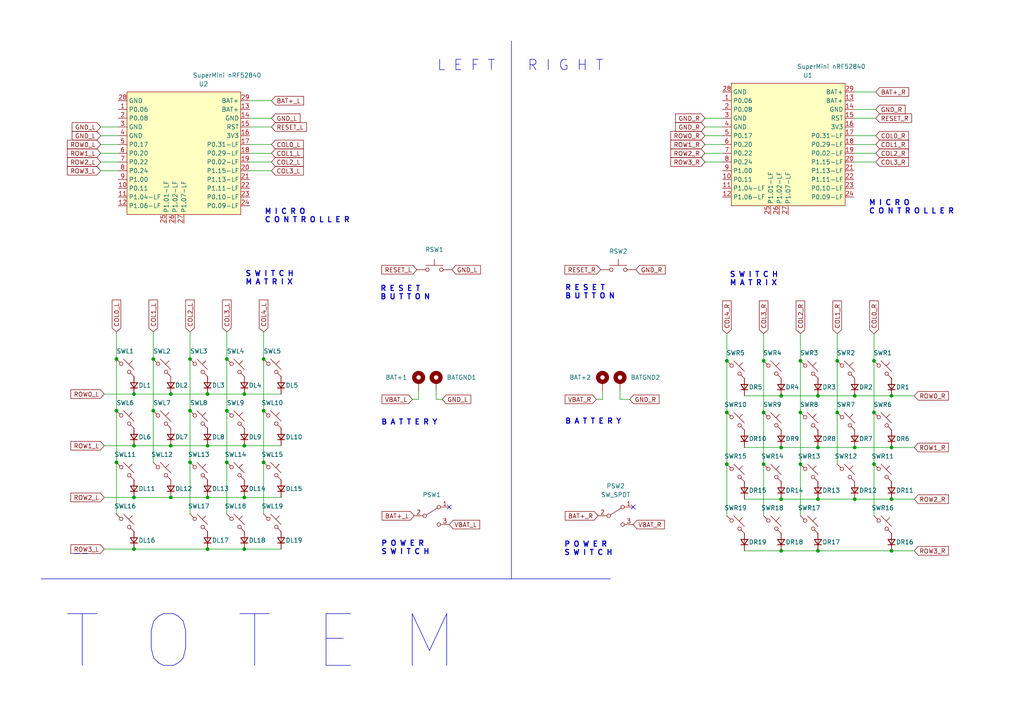
<source format=kicad_sch>
(kicad_sch (version 20250114) (generator "eeschema") (generator_version "9.0")
  (paper "A4")
  (title_block (title "TOTEM split keyboard, but ULP now") (date "2025-05-16") (rev "0.1") (comment 1 "made by GEIST, mod by Canor"))
  (lib_symbols
    (symbol "Device:D_Small" (pin_numbers (hide yes)) (pin_names (offset 0.254) (hide yes))
      (property "Reference" "D" (at -1.27 2.032 0))
      (property "Value" "D_Small" (at -3.81 -2.032 0))
      (symbol "D_Small_0_1"
        (polyline (pts (xy -0.762 0) (xy 0.762 0)))
        (polyline (pts (xy -0.762 -1.016) (xy -0.762 1.016)) (stroke (width 0.254)))
        (polyline (pts (xy 0.762 -1.016) (xy -0.762 0) (xy 0.762 1.016) (xy 0.762 -1.016)) (stroke (width 0.254)))
      )
      (symbol "D_Small_1_1"
        (pin passive line (at -2.54 0 0) (length 1.778) (name "K") (number "1"))
        (pin passive line (at 2.54 0 180) (length 1.778) (name "A") (number "2"))
      )
    )
    (symbol "Mechanical:MountingHole_Pad" (pin_numbers (hide yes)) (pin_names (offset 1.016) (hide yes))
      (property "Reference" "H" (at 0 6.35 0))
      (property "Value" "MountingHole_Pad" (at 0 4.445 0))
      (symbol "MountingHole_Pad_0_1"
        (circle (center 0 1.27) (radius 1.27) (stroke (width 1.27)))
      )
      (symbol "MountingHole_Pad_1_1"
        (pin input line (at 0 -2.54 90) (length 2.54) (name "1") (number "1"))
      )
    )
    (symbol "PCM_marbastlib-promicroish:SuperMini_nRF52840" (in_bom no)
      (property "Reference" "U" (at 0 22.86 0))
      (property "Value" "SuperMini nRF52840" (at 0 20.32 0))
      (symbol "SuperMini_nRF52840_0_0"
        (pin bidirectional line (at -19.05 13.97 0) (length 2.54) (name "P0.06") (number "1"))
        (pin bidirectional line (at -19.05 11.43 0) (length 2.54) (name "P0.08") (number "2"))
        (pin power_out line (at -19.05 8.89 0) (length 2.54) (name "GND") (number "3"))
        (pin power_out line (at -19.05 6.35 0) (length 2.54) (name "GND") (number "4"))
        (pin bidirectional line (at -19.05 3.81 0) (length 2.54) (name "P0.17") (number "5"))
        (pin bidirectional line (at -19.05 1.27 0) (length 2.54) (name "P0.20") (number "6"))
        (pin bidirectional line (at -19.05 -1.27 0) (length 2.54) (name "P0.22") (number "7"))
        (pin bidirectional line (at -19.05 -3.81 0) (length 2.54) (name "P0.24") (number "8"))
        (pin bidirectional line (at -19.05 -6.35 0) (length 2.54) (name "P1.00") (number "9"))
        (pin bidirectional line (at -19.05 -8.89 0) (length 2.54) (name "P0.11") (number "10"))
        (pin bidirectional line (at -19.05 -11.43 0) (length 2.54) (name "P1.04-LF") (number "11"))
        (pin bidirectional line (at -19.05 -13.97 0) (length 2.54) (name "P1.06-LF") (number "12"))
        (pin power_out line (at 19.05 11.43 180) (length 2.54) (name "GND") (number "14"))
        (pin bidirectional line (at 19.05 8.89 180) (length 2.54) (name "RST") (number "15"))
        (pin bidirectional line (at 19.05 3.81 180) (length 2.54) (name "P0.31-LF") (number "17"))
        (pin bidirectional line (at 19.05 1.27 180) (length 2.54) (name "P0.29-LF") (number "18"))
        (pin bidirectional line (at 19.05 -1.27 180) (length 2.54) (name "P0.02-LF") (number "19"))
        (pin bidirectional line (at 19.05 -3.81 180) (length 2.54) (name "P1.15-LF") (number "20"))
        (pin bidirectional line (at 19.05 -6.35 180) (length 2.54) (name "P1.13-LF") (number "21"))
        (pin bidirectional line (at 19.05 -8.89 180) (length 2.54) (name "P1.11-LF") (number "22"))
        (pin bidirectional line (at 19.05 -13.97 180) (length 2.54) (name "P0.09-LF") (number "24"))
      )
      (symbol "SuperMini_nRF52840_1_0"
        (pin power_out line (at -19.05 16.51 0) (length 2.54) (name "GND") (number "28"))
        (pin bidirectional line (at -5.08 -19.05 90) (length 2.54) (name "P1.01-LF") (number "25"))
        (pin bidirectional line (at -2.54 -19.05 90) (length 2.54) (name "P1.02-LF") (number "26"))
        (pin bidirectional line (at 0 -19.05 90) (length 2.54) (name "P1.07-LF") (number "27"))
        (pin power_out line (at 19.05 16.51 180) (length 2.54) (name "BAT+") (number "29"))
        (pin power_out line (at 19.05 13.97 180) (length 2.54) (name "BAT+") (number "13"))
        (pin power_out line (at 19.05 6.35 180) (length 2.54) (name "3V3") (number "16"))
        (pin bidirectional line (at 19.05 -11.43 180) (length 2.54) (name "P0.10-LF") (number "23"))
      )
      (symbol "SuperMini_nRF52840_1_1"
        (rectangle (start -16.51 19.05) (end 16.51 -16.51) (fill (type background)))
      )
    )
    (symbol "Switch:SW_Push" (pin_numbers (hide yes)) (pin_names (offset 1.016) (hide yes))
      (property "Reference" "SW" (at 1.27 2.54 0))
      (property "Value" "SW_Push" (at 0 -1.524 0))
      (symbol "SW_Push_0_1"
        (circle (center -2.032 0) (radius 0.508))
        (polyline (pts (xy 0 1.27) (xy 0 3.048)))
        (circle (center 2.032 0) (radius 0.508))
        (polyline (pts (xy 2.54 1.27) (xy -2.54 1.27)))
        (pin passive line (at -5.08 0 0) (length 2.54) (name "1") (number "1"))
        (pin passive line (at 5.08 0 180) (length 2.54) (name "2") (number "2"))
      )
    )
    (symbol "Switch:SW_Push_45deg" (pin_numbers (hide yes)) (pin_names (offset 1.016) (hide yes))
      (property "Reference" "SW" (at 3.048 1.016 0))
      (property "Value" "SW_Push_45deg" (at 0 -3.81 0))
      (symbol "SW_Push_45deg_0_1"
        (polyline (pts (xy -2.54 2.54) (xy -1.524 1.524) (xy -1.524 1.524)))
        (circle (center -1.1684 1.1684) (radius 0.508))
        (polyline (pts (xy -0.508 2.54) (xy 2.54 -0.508)))
        (polyline (pts (xy 1.016 1.016) (xy 2.032 2.032)))
        (circle (center 1.143 -1.1938) (radius 0.508))
        (polyline (pts (xy 1.524 -1.524) (xy 2.54 -2.54) (xy 2.54 -2.54) (xy 2.54 -2.54)))
        (pin passive line (at -2.54 2.54 0) (length 0) (name "1") (number "1"))
        (pin passive line (at 2.54 -2.54 180) (length 0) (name "2") (number "2"))
      )
    )
    (symbol "Switch:SW_SPDT" (pin_names (offset 0) (hide yes))
      (property "Reference" "SW" (at 0 4.318 0))
      (property "Value" "SW_SPDT" (at 0 -5.08 0))
      (symbol "SW_SPDT_0_0"
        (circle (center -2.032 0) (radius 0.508))
        (circle (center 2.032 -2.54) (radius 0.508))
      )
      (symbol "SW_SPDT_0_1"
        (polyline (pts (xy -1.524 0.254) (xy 1.651 2.286)))
        (circle (center 2.032 2.54) (radius 0.508))
      )
      (symbol "SW_SPDT_1_1"
        (pin passive line (at -5.08 0 0) (length 2.54) (name "B") (number "2"))
        (pin passive line (at 5.08 2.54 180) (length 2.54) (name "A") (number "1"))
        (pin passive line (at 5.08 -2.54 180) (length 2.54) (name "C") (number "3"))
      )
    )
  )
  (text "R E S E T \nB U T T O N" (at 110.236 87.122 0) (effects (font (size 1.5 1.5) (thickness 0.3) (bold yes)) (justify left bottom)))
  (text "S W I T C H\nM A T R I X" (at 71.12 82.804 0) (effects (font (size 1.5 1.5) (thickness 0.3) (bold yes)) (justify left bottom)))
  (text "P O W E R\nS W I T C H" (at 110.49 161.036 0) (effects (font (size 1.5 1.5) (thickness 0.3) (bold yes)) (justify left bottom)))
  (text "R E S E T \nB U T T O N" (at 163.83 86.868 0) (effects (font (size 1.5 1.5) (thickness 0.3) (bold yes)) (justify left bottom)))
  (text "T O T E M" (at 18.034 195.072 0) (effects (font (size 15 15)) (justify left bottom)))
  (text "S W I T C H\nM A T R I X" (at 211.582 83.058 0) (effects (font (size 1.5 1.5) (thickness 0.3) (bold yes)) (justify left bottom)))
  (text "B A T T E R Y" (at 110.49 123.444 0) (effects (font (size 1.5 1.5) (thickness 0.3) (bold yes)) (justify left bottom)))
  (text "P O W E R\nS W I T C H" (at 163.576 161.29 0) (effects (font (size 1.5 1.5) (thickness 0.3) (bold yes)) (justify left bottom)))
  (text "M I C R O \nC O N T R O L L E R" (at 251.968 62.23 0) (effects (font (size 1.5 1.5) (thickness 0.3) (bold yes)) (justify left bottom)))
  (text "R I G H T" (at 152.908 20.828 0) (effects (font (size 3 3)) (justify left bottom)))
  (text "B A T T E R Y" (at 163.83 123.19 0) (effects (font (size 1.5 1.5) (thickness 0.3) (bold yes)) (justify left bottom)))
  (text "L E F T" (at 143.764 20.828 0) (effects (font (size 3 3)) (justify right bottom)))
  (text "M I C R O \nC O N T R O L L E R" (at 76.708 64.77 0) (effects (font (size 1.5 1.5) (thickness 0.3) (bold yes)) (justify left bottom)))
  (junction (at 33.782 104.14))
  (junction (at 33.782 134.112))
  (junction (at 226.568 129.794))
  (junction (at 49.53 114.3))
  (junction (at 44.45 119.126))
  (junction (at 55.118 119.126))
  (junction (at 70.866 129.286))
  (junction (at 226.568 144.78))
  (junction (at 226.568 159.766))
  (junction (at 237.236 114.808))
  (junction (at 49.53 144.272))
  (junction (at 38.862 159.258))
  (junction (at 232.156 119.634))
  (junction (at 258.572 144.78))
  (junction (at 76.454 104.14))
  (junction (at 70.866 144.272))
  (junction (at 221.488 119.634))
  (junction (at 237.236 159.766))
  (junction (at 247.904 144.78))
  (junction (at 76.454 119.126))
  (junction (at 44.45 104.14))
  (junction (at 70.866 114.3))
  (junction (at 210.82 134.62))
  (junction (at 232.156 134.62))
  (junction (at 55.118 104.14))
  (junction (at 247.904 129.794))
  (junction (at 242.824 104.648))
  (junction (at 60.198 144.272))
  (junction (at 38.862 144.272))
  (junction (at 232.156 104.648))
  (junction (at 247.904 114.808))
  (junction (at 210.82 104.648))
  (junction (at 65.786 104.14))
  (junction (at 60.198 114.3))
  (junction (at 60.198 159.258))
  (junction (at 258.572 129.794))
  (junction (at 49.53 129.286))
  (junction (at 33.782 119.126))
  (junction (at 258.572 114.808))
  (junction (at 70.866 159.258))
  (junction (at 237.236 129.794))
  (junction (at 221.488 134.62))
  (junction (at 55.118 134.112))
  (junction (at 258.572 159.766))
  (junction (at 253.492 119.634))
  (junction (at 242.824 119.634))
  (junction (at 38.862 129.286))
  (junction (at 65.786 119.126))
  (junction (at 76.454 134.112))
  (junction (at 253.492 134.62))
  (junction (at 65.786 134.112))
  (junction (at 226.568 114.808))
  (junction (at 60.198 129.286))
  (junction (at 237.236 144.78))
  (junction (at 38.862 114.3))
  (junction (at 253.492 104.648))
  (junction (at 221.488 104.648))
  (junction (at 210.82 119.634))
  (no_connect (at 183.642 147.066))
  (no_connect (at 130.302 147.066))
  (wire (pts (xy 215.9 144.78) (xy 226.568 144.78)))
  (wire (pts (xy 215.9 129.794) (xy 226.568 129.794)))
  (wire (pts (xy 247.904 114.808) (xy 258.572 114.808)))
  (wire (pts (xy 179.832 113.284) (xy 179.832 115.824)))
  (wire (pts (xy 204.47 41.91) (xy 209.55 41.91)))
  (wire (pts (xy 72.39 46.99) (xy 78.74 46.99)))
  (wire (pts (xy 204.47 34.29) (xy 209.55 34.29)))
  (wire (pts (xy 253.492 96.774) (xy 253.492 104.648)))
  (wire (pts (xy 126.492 115.824) (xy 128.27 115.824)))
  (wire (pts (xy 126.492 113.284) (xy 126.492 115.824)))
  (wire (pts (xy 29.21 39.37) (xy 34.29 39.37)))
  (wire (pts (xy 72.39 49.53) (xy 78.74 49.53)))
  (wire (pts (xy 65.786 104.14) (xy 65.786 119.126)))
  (wire (pts (xy 49.53 144.272) (xy 60.198 144.272)))
  (wire (pts (xy 210.82 96.774) (xy 210.82 104.648)))
  (wire (pts (xy 70.866 129.286) (xy 81.534 129.286)))
  (wire (pts (xy 226.568 144.78) (xy 237.236 144.78)))
  (wire (pts (xy 210.82 134.62) (xy 210.82 149.606)))
  (wire (pts (xy 210.82 119.634) (xy 210.82 134.62)))
  (wire (pts (xy 237.236 114.808) (xy 247.904 114.808)))
  (wire (pts (xy 65.786 119.126) (xy 65.786 134.112)))
  (wire (pts (xy 29.21 36.83) (xy 34.29 36.83)))
  (wire (pts (xy 72.39 34.29) (xy 78.74 34.29)))
  (wire (pts (xy 55.118 134.112) (xy 55.118 149.098)))
  (wire (pts (xy 253.492 134.62) (xy 253.492 149.606)))
  (wire (pts (xy 38.862 129.286) (xy 49.53 129.286)))
  (wire (pts (xy 76.454 104.14) (xy 76.454 119.126)))
  (wire (pts (xy 242.824 104.648) (xy 242.824 119.634)))
  (wire (pts (xy 232.156 96.774) (xy 232.156 104.648)))
  (wire (pts (xy 215.9 114.808) (xy 226.568 114.808)))
  (wire (pts (xy 33.782 134.112) (xy 33.782 149.098)))
  (wire (pts (xy 30.226 129.286) (xy 38.862 129.286)))
  (wire (pts (xy 72.39 41.91) (xy 78.74 41.91)))
  (wire (pts (xy 253.492 104.648) (xy 253.492 119.634)))
  (wire (pts (xy 204.47 46.99) (xy 209.55 46.99)))
  (wire (pts (xy 38.862 144.272) (xy 49.53 144.272)))
  (wire (pts (xy 204.47 36.83) (xy 209.55 36.83)))
  (wire (pts (xy 204.47 39.37) (xy 209.55 39.37)))
  (wire (pts (xy 254 26.67) (xy 247.65 26.67)))
  (wire (pts (xy 247.65 39.37) (xy 254 39.37)))
  (polyline (pts (xy 21.59 160.528) (xy 25.4 160.528)) (stroke (width 0) (type dash)))
  (wire (pts (xy 247.65 41.91) (xy 254 41.91)))
  (wire (pts (xy 204.47 44.45) (xy 209.55 44.45)))
  (wire (pts (xy 215.9 159.766) (xy 226.568 159.766)))
  (wire (pts (xy 29.21 46.99) (xy 34.29 46.99)))
  (wire (pts (xy 70.866 114.3) (xy 81.534 114.3)))
  (wire (pts (xy 258.572 129.794) (xy 265.176 129.794)))
  (wire (pts (xy 242.824 119.634) (xy 242.824 134.62)))
  (wire (pts (xy 33.782 96.266) (xy 33.782 104.14)))
  (wire (pts (xy 247.65 34.29) (xy 254 34.29)))
  (wire (pts (xy 76.454 96.266) (xy 76.454 104.14)))
  (wire (pts (xy 232.156 119.634) (xy 232.156 134.62)))
  (wire (pts (xy 38.862 159.258) (xy 60.198 159.258)))
  (wire (pts (xy 258.572 144.78) (xy 265.176 144.78)))
  (wire (pts (xy 237.236 159.766) (xy 258.572 159.766)))
  (wire (pts (xy 65.786 96.266) (xy 65.786 104.14)))
  (wire (pts (xy 76.454 134.112) (xy 76.454 149.098)))
  (wire (pts (xy 119.634 115.824) (xy 121.412 115.824)))
  (wire (pts (xy 221.488 104.648) (xy 221.488 119.634)))
  (wire (pts (xy 242.824 96.774) (xy 242.824 104.648)))
  (wire (pts (xy 226.568 159.766) (xy 237.236 159.766)))
  (wire (pts (xy 221.488 134.62) (xy 221.488 149.606)))
  (wire (pts (xy 247.65 46.99) (xy 254 46.99)))
  (wire (pts (xy 72.39 44.45) (xy 78.74 44.45)))
  (wire (pts (xy 237.236 144.78) (xy 247.904 144.78)))
  (polyline (pts (xy 148.336 11.938) (xy 148.336 167.894)) (stroke (width 0) (type solid)))
  (wire (pts (xy 121.412 115.824) (xy 121.412 113.284)))
  (wire (pts (xy 30.226 114.3) (xy 38.862 114.3)))
  (wire (pts (xy 76.454 119.126) (xy 76.454 134.112)))
  (wire (pts (xy 258.572 159.766) (xy 265.176 159.766)))
  (wire (pts (xy 29.21 41.91) (xy 34.29 41.91)))
  (wire (pts (xy 49.53 129.286) (xy 60.198 129.286)))
  (wire (pts (xy 258.572 114.808) (xy 265.176 114.808)))
  (polyline (pts (xy 11.938 167.894) (xy 177.038 167.894)) (stroke (width 0) (type solid)))
  (wire (pts (xy 60.198 144.272) (xy 70.866 144.272)))
  (wire (pts (xy 172.974 115.824) (xy 174.752 115.824)))
  (wire (pts (xy 247.904 129.794) (xy 258.572 129.794)))
  (wire (pts (xy 226.568 114.808) (xy 237.236 114.808)))
  (wire (pts (xy 49.53 114.3) (xy 60.198 114.3)))
  (wire (pts (xy 247.65 31.75) (xy 254 31.75)))
  (wire (pts (xy 60.198 129.286) (xy 70.866 129.286)))
  (wire (pts (xy 232.156 134.62) (xy 232.156 149.606)))
  (wire (pts (xy 44.45 104.14) (xy 44.45 119.126)))
  (wire (pts (xy 44.45 119.126) (xy 44.45 134.112)))
  (wire (pts (xy 237.236 129.794) (xy 247.904 129.794)))
  (wire (pts (xy 44.45 96.266) (xy 44.45 104.14)))
  (wire (pts (xy 72.39 36.83) (xy 78.74 36.83)))
  (wire (pts (xy 38.862 114.3) (xy 49.53 114.3)))
  (wire (pts (xy 55.118 119.126) (xy 55.118 134.112)))
  (wire (pts (xy 221.488 119.634) (xy 221.488 134.62)))
  (wire (pts (xy 65.786 134.112) (xy 65.786 149.098)))
  (wire (pts (xy 174.752 115.824) (xy 174.752 113.284)))
  (wire (pts (xy 29.21 49.53) (xy 34.29 49.53)))
  (wire (pts (xy 60.198 159.258) (xy 70.866 159.258)))
  (wire (pts (xy 210.82 104.648) (xy 210.82 119.634)))
  (wire (pts (xy 247.904 144.78) (xy 258.572 144.78)))
  (wire (pts (xy 221.488 96.774) (xy 221.488 104.648)))
  (wire (pts (xy 30.226 144.272) (xy 38.862 144.272)))
  (wire (pts (xy 232.156 104.648) (xy 232.156 119.634)))
  (wire (pts (xy 70.866 159.258) (xy 81.534 159.258)))
  (wire (pts (xy 55.118 104.14) (xy 55.118 119.126)))
  (wire (pts (xy 33.782 104.14) (xy 33.782 119.126)))
  (wire (pts (xy 55.118 96.266) (xy 55.118 104.14)))
  (wire (pts (xy 179.832 115.824) (xy 182.626 115.824)))
  (wire (pts (xy 60.198 114.3) (xy 70.866 114.3)))
  (wire (pts (xy 78.74 29.21) (xy 72.39 29.21)))
  (wire (pts (xy 30.226 159.258) (xy 38.862 159.258)))
  (wire (pts (xy 33.782 119.126) (xy 33.782 134.112)))
  (wire (pts (xy 29.21 44.45) (xy 34.29 44.45)))
  (wire (pts (xy 253.492 119.634) (xy 253.492 134.62)))
  (wire (pts (xy 70.866 144.272) (xy 81.534 144.272)))
  (wire (pts (xy 226.568 129.794) (xy 237.236 129.794)))
  (wire (pts (xy 247.65 44.45) (xy 254 44.45)))
  (global_label "GND_L" (shape input) (at 131.064 78.232 0) (property "Intersheetrefs" "${INTERSHEET_REFS}" (effects (hide yes))))
  (global_label "ROW2_L" (shape input) (at 29.21 46.99 180) (property "Intersheetrefs" "${INTERSHEET_REFS}" (effects (hide yes))))
  (global_label "ROW3_R" (shape input) (at 265.176 159.766 0) (property "Intersheetrefs" "${INTERSHEET_REFS}" (effects (hide yes))))
  (global_label "COL3_L" (shape input) (at 65.786 96.266 90) (property "Intersheetrefs" "${INTERSHEET_REFS}" (effects (hide yes))))
  (global_label "COL4_L" (shape input) (at 76.454 96.266 90) (property "Intersheetrefs" "${INTERSHEET_REFS}" (effects (hide yes))))
  (global_label "COL2_L" (shape input) (at 78.74 46.99 0) (property "Intersheetrefs" "${INTERSHEET_REFS}" (effects (hide yes))))
  (global_label "ROW0_R" (shape input) (at 265.176 114.808 0) (property "Intersheetrefs" "${INTERSHEET_REFS}" (effects (hide yes))))
  (global_label "COL1_L" (shape input) (at 44.45 96.266 90) (property "Intersheetrefs" "${INTERSHEET_REFS}" (effects (hide yes))))
  (global_label "COL2_R" (shape input) (at 232.156 96.774 90) (property "Intersheetrefs" "${INTERSHEET_REFS}" (effects (hide yes))))
  (global_label "ROW0_L" (shape input) (at 29.21 41.91 180) (property "Intersheetrefs" "${INTERSHEET_REFS}" (effects (hide yes))))
  (global_label "BAT+_L" (shape input) (at 120.142 149.606 180) (property "Intersheetrefs" "${INTERSHEET_REFS}" (effects (hide yes))))
  (global_label "RESET_R" (shape input) (at 254 34.29 0) (property "Intersheetrefs" "${INTERSHEET_REFS}" (effects (hide yes))))
  (global_label "COL0_L" (shape input) (at 78.74 41.91 0) (property "Intersheetrefs" "${INTERSHEET_REFS}" (effects (hide yes))))
  (global_label "ROW1_R" (shape input) (at 204.47 41.91 180) (property "Intersheetrefs" "${INTERSHEET_REFS}" (effects (hide yes))))
  (global_label "COL1_R" (shape input) (at 254 41.91 0) (property "Intersheetrefs" "${INTERSHEET_REFS}" (effects (hide yes))))
  (global_label "COL3_L" (shape input) (at 78.74 49.53 0) (property "Intersheetrefs" "${INTERSHEET_REFS}" (effects (hide yes))))
  (global_label "GND_R" (shape input) (at 204.47 34.29 180) (property "Intersheetrefs" "${INTERSHEET_REFS}" (effects (hide yes))))
  (global_label "RESET_R" (shape input) (at 174.244 78.232 180) (property "Intersheetrefs" "${INTERSHEET_REFS}" (effects (hide yes))))
  (global_label "BAT+_R" (shape input) (at 254 26.67 0) (property "Intersheetrefs" "${INTERSHEET_REFS}" (effects (hide yes))))
  (global_label "ROW3_L" (shape input) (at 30.226 159.258 180) (property "Intersheetrefs" "${INTERSHEET_REFS}" (effects (hide yes))))
  (global_label "VBAT_R" (shape input) (at 183.642 152.146 0) (property "Intersheetrefs" "${INTERSHEET_REFS}" (effects (hide yes))))
  (global_label "BAT+_L" (shape input) (at 78.74 29.21 0) (property "Intersheetrefs" "${INTERSHEET_REFS}" (effects (hide yes))))
  (global_label "RESET_L" (shape input) (at 120.904 78.232 180) (property "Intersheetrefs" "${INTERSHEET_REFS}" (effects (hide yes))))
  (global_label "VBAT_R" (shape input) (at 172.974 115.824 180) (property "Intersheetrefs" "${INTERSHEET_REFS}" (effects (hide yes))))
  (global_label "COL2_R" (shape input) (at 254 44.45 0) (property "Intersheetrefs" "${INTERSHEET_REFS}" (effects (hide yes))))
  (global_label "BAT+_R" (shape input) (at 173.482 149.606 180) (property "Intersheetrefs" "${INTERSHEET_REFS}" (effects (hide yes))))
  (global_label "GND_L" (shape input) (at 29.21 39.37 180) (property "Intersheetrefs" "${INTERSHEET_REFS}" (effects (hide yes))))
  (global_label "ROW0_L" (shape input) (at 30.226 114.3 180) (property "Intersheetrefs" "${INTERSHEET_REFS}" (effects (hide yes))))
  (global_label "GND_L" (shape input) (at 128.27 115.824 0) (property "Intersheetrefs" "${INTERSHEET_REFS}" (effects (hide yes))))
  (global_label "VBAT_L" (shape input) (at 119.634 115.824 180) (property "Intersheetrefs" "${INTERSHEET_REFS}" (effects (hide yes))))
  (global_label "ROW1_R" (shape input) (at 265.176 129.794 0) (property "Intersheetrefs" "${INTERSHEET_REFS}" (effects (hide yes))))
  (global_label "GND_R" (shape input) (at 182.626 115.824 0) (property "Intersheetrefs" "${INTERSHEET_REFS}" (effects (hide yes))))
  (global_label "GND_L" (shape input) (at 29.21 36.83 180) (property "Intersheetrefs" "${INTERSHEET_REFS}" (effects (hide yes))))
  (global_label "GND_R" (shape input) (at 204.47 36.83 180) (property "Intersheetrefs" "${INTERSHEET_REFS}" (effects (hide yes))))
  (global_label "GND_R" (shape input) (at 184.404 78.232 0) (property "Intersheetrefs" "${INTERSHEET_REFS}" (effects (hide yes))))
  (global_label "COL0_L" (shape input) (at 33.782 96.266 90) (property "Intersheetrefs" "${INTERSHEET_REFS}" (effects (hide yes))))
  (global_label "ROW1_L" (shape input) (at 29.21 44.45 180) (property "Intersheetrefs" "${INTERSHEET_REFS}" (effects (hide yes))))
  (global_label "COL1_L" (shape input) (at 78.74 44.45 0) (property "Intersheetrefs" "${INTERSHEET_REFS}" (effects (hide yes))))
  (global_label "GND_R" (shape input) (at 254 31.75 0) (property "Intersheetrefs" "${INTERSHEET_REFS}" (effects (hide yes))))
  (global_label "COL4_R" (shape input) (at 210.82 96.774 90) (property "Intersheetrefs" "${INTERSHEET_REFS}" (effects (hide yes))))
  (global_label "COL3_R" (shape input) (at 221.488 96.774 90) (property "Intersheetrefs" "${INTERSHEET_REFS}" (effects (hide yes))))
  (global_label "ROW1_L" (shape input) (at 30.226 129.286 180) (property "Intersheetrefs" "${INTERSHEET_REFS}" (effects (hide yes))))
  (global_label "ROW0_R" (shape input) (at 204.47 39.37 180) (property "Intersheetrefs" "${INTERSHEET_REFS}" (effects (hide yes))))
  (global_label "RESET_L" (shape input) (at 78.74 36.83 0) (property "Intersheetrefs" "${INTERSHEET_REFS}" (effects (hide yes))))
  (global_label "COL3_R" (shape input) (at 254 46.99 0) (property "Intersheetrefs" "${INTERSHEET_REFS}" (effects (hide yes))))
  (global_label "VBAT_L" (shape input) (at 130.302 152.146 0) (property "Intersheetrefs" "${INTERSHEET_REFS}" (effects (hide yes))))
  (global_label "COL0_R" (shape input) (at 254 39.37 0) (property "Intersheetrefs" "${INTERSHEET_REFS}" (effects (hide yes))))
  (global_label "COL1_R" (shape input) (at 242.824 96.774 90) (property "Intersheetrefs" "${INTERSHEET_REFS}" (effects (hide yes))))
  (global_label "ROW3_L" (shape input) (at 29.21 49.53 180) (property "Intersheetrefs" "${INTERSHEET_REFS}" (effects (hide yes))))
  (global_label "GND_L" (shape input) (at 78.74 34.29 0) (property "Intersheetrefs" "${INTERSHEET_REFS}" (effects (hide yes))))
  (global_label "ROW3_R" (shape input) (at 204.47 46.99 180) (property "Intersheetrefs" "${INTERSHEET_REFS}" (effects (hide yes))))
  (global_label "ROW2_R" (shape input) (at 265.176 144.78 0) (property "Intersheetrefs" "${INTERSHEET_REFS}" (effects (hide yes))))
  (global_label "COL0_R" (shape input) (at 253.492 96.774 90) (property "Intersheetrefs" "${INTERSHEET_REFS}" (effects (hide yes))))
  (global_label "COL2_L" (shape input) (at 55.118 96.266 90) (property "Intersheetrefs" "${INTERSHEET_REFS}" (effects (hide yes))))
  (global_label "ROW2_L" (shape input) (at 30.226 144.272 180) (property "Intersheetrefs" "${INTERSHEET_REFS}" (effects (hide yes))))
  (global_label "ROW2_R" (shape input) (at 204.47 44.45 180) (property "Intersheetrefs" "${INTERSHEET_REFS}" (effects (hide yes))))
  (symbol (lib_id "Device:D_Small") (at 81.534 156.718 90) (unit 1)
    (property "Reference" "DL19" (at 82.804 156.718 90) (effects (justify right)))
    (property "Value" "D_Small" (effects (hide yes)))
    (property "Footprint" "TOTEMlib:Diode_SOD123" (effects (hide yes)))
  )
  (symbol (lib_id "Switch:SW_Push_45deg") (at 245.364 107.188 0) (unit 1)
    (property "Reference" "SWR2" (at 245.364 102.362 0))
    (property "Value" "SW_Push_45deg" (effects (hide yes)))
    (property "Footprint" "TOTEMlib:Kailh_socket_PG1350_optional" (effects (hide yes)))
  )
  (symbol (lib_id "Switch:SW_Push_45deg") (at 57.658 151.638 0) (unit 1)
    (property "Reference" "SWL17" (at 57.658 146.812 0))
    (property "Value" "SW_Push_45deg" (effects (hide yes)))
    (property "Footprint" "TOTEMlib:Kailh_socket_PG1350_optional" (effects (hide yes)))
  )
  (symbol (lib_id "Switch:SW_Push_45deg") (at 36.322 151.638 0) (unit 1)
    (property "Reference" "SWL16" (at 36.322 146.812 0))
    (property "Value" "SW_Push_45deg" (effects (hide yes)))
    (property "Footprint" "TOTEMlib:Kailh_socket_PG1350_optional" (effects (hide yes)))
  )
  (symbol (lib_id "Switch:SW_Push_45deg") (at 256.032 152.146 0) (unit 1)
    (property "Reference" "SWR16" (at 256.032 147.32 0))
    (property "Value" "SW_Push_45deg" (effects (hide yes)))
    (property "Footprint" "TOTEMlib:Kailh_socket_PG1350_optional" (effects (hide yes)))
  )
  (symbol (lib_id "Switch:SW_SPDT") (at 125.222 149.606 0) (unit 1)
    (property "Reference" "PSW1" (at 125.222 143.51 0))
    (property "Value" "SW_SPDT" (effects (hide yes)))
    (property "Footprint" "TOTEMlib:MSK12C02" (effects (hide yes)))
  )
  (symbol (lib_id "Switch:SW_Push_45deg") (at 68.326 106.68 0) (unit 1)
    (property "Reference" "SWL4" (at 68.326 101.854 0))
    (property "Value" "SW_Push_45deg" (effects (hide yes)))
    (property "Footprint" "TOTEMlib:Kailh_socket_PG1350_optional" (effects (hide yes)))
  )
  (symbol (lib_id "Device:D_Small") (at 258.572 127.254 90) (unit 1)
    (property "Reference" "DR6" (at 259.842 127.254 90) (effects (justify right)))
    (property "Value" "D_Small" (effects (hide yes)))
    (property "Footprint" "TOTEMlib:Diode_SOD123" (effects (hide yes)))
  )
  (symbol (lib_id "Mechanical:MountingHole_Pad") (at 121.412 110.744 0) (unit 1)
    (property "Reference" "BAT+1" (at 118.11 109.474 0) (effects (justify right)))
    (property "Value" "+" (effects (hide yes)))
    (property "Footprint" "TOTEMlib:BatteryPad" (effects (hide yes)))
  )
  (symbol (lib_id "Switch:SW_Push_45deg") (at 234.696 107.188 0) (unit 1)
    (property "Reference" "SWR3" (at 234.696 102.362 0))
    (property "Value" "SW_Push_45deg" (effects (hide yes)))
    (property "Footprint" "TOTEMlib:Kailh_socket_PG1350_optional" (effects (hide yes)))
  )
  (symbol (lib_id "Switch:SW_Push_45deg") (at 57.658 106.68 0) (unit 1)
    (property "Reference" "SWL3" (at 57.658 101.854 0))
    (property "Value" "SW_Push_45deg" (effects (hide yes)))
    (property "Footprint" "TOTEMlib:Kailh_socket_PG1350_optional" (effects (hide yes)))
  )
  (symbol (lib_id "Switch:SW_SPDT") (at 178.562 149.606 0) (unit 1)
    (property "Reference" "PSW2" (at 178.562 140.97 0))
    (property "Value" "SW_SPDT" (at 178.562 143.51 0))
    (property "Footprint" "TOTEMlib:MSK12C02" (effects (hide yes)))
  )
  (symbol (lib_id "Mechanical:MountingHole_Pad") (at 126.492 110.744 0) (unit 1)
    (property "Reference" "BATGND1" (at 129.54 109.474 0) (effects (justify left)))
    (property "Value" "-" (effects (hide yes)))
    (property "Footprint" "TOTEMlib:BatteryPad" (effects (hide yes)))
  )
  (symbol (lib_id "Device:D_Small") (at 215.9 112.268 90) (unit 1)
    (property "Reference" "DR5" (at 217.17 112.268 90) (effects (justify right)))
    (property "Value" "D_Small" (effects (hide yes)))
    (property "Footprint" "TOTEMlib:Diode_SOD123" (effects (hide yes)))
  )
  (symbol (lib_id "Switch:SW_Push_45deg") (at 213.36 122.174 0) (unit 1)
    (property "Reference" "SWR10" (at 213.36 117.348 0))
    (property "Value" "SW_Push_45deg" (effects (hide yes)))
    (property "Footprint" "TOTEMlib:Kailh_socket_PG1350_optional" (effects (hide yes)))
  )
  (symbol (lib_id "Switch:SW_Push") (at 125.984 78.232 0) (unit 1)
    (property "Reference" "RSW1" (at 125.984 72.39 0))
    (property "Value" "SW_Push" (effects (hide yes)))
    (property "Footprint" "TOTEMlib:SKHLLCA010" (effects (hide yes)))
  )
  (symbol (lib_id "Switch:SW_Push_45deg") (at 245.364 137.16 0) (unit 1)
    (property "Reference" "SWR12" (at 245.364 132.334 0))
    (property "Value" "SW_Push_45deg" (effects (hide yes)))
    (property "Footprint" "TOTEMlib:Kailh_socket_PG1350_optional" (effects (hide yes)))
  )
  (symbol (lib_id "Switch:SW_Push_45deg") (at 234.696 122.174 0) (unit 1)
    (property "Reference" "SWR8" (at 234.696 117.348 0))
    (property "Value" "SW_Push_45deg" (effects (hide yes)))
    (property "Footprint" "TOTEMlib:Kailh_socket_PG1350_optional" (effects (hide yes)))
  )
  (symbol (lib_id "Switch:SW_Push_45deg") (at 46.99 121.666 0) (unit 1)
    (property "Reference" "SWL7" (at 46.99 116.84 0))
    (property "Value" "SW_Push_45deg" (effects (hide yes)))
    (property "Footprint" "TOTEMlib:Kailh_socket_PG1350_optional" (effects (hide yes)))
  )
  (symbol (lib_id "Device:D_Small") (at 226.568 142.24 90) (unit 1)
    (property "Reference" "DR14" (at 227.838 142.24 90) (effects (justify right)))
    (property "Value" "D_Small" (effects (hide yes)))
    (property "Footprint" "TOTEMlib:Diode_SOD123" (effects (hide yes)))
  )
  (symbol (lib_id "Switch:SW_Push_45deg") (at 234.696 137.16 0) (unit 1)
    (property "Reference" "SWR13" (at 234.696 132.334 0))
    (property "Value" "SW_Push_45deg" (effects (hide yes)))
    (property "Footprint" "TOTEMlib:Kailh_socket_PG1350_optional" (effects (hide yes)))
  )
  (symbol (lib_id "Device:D_Small") (at 38.862 111.76 90) (unit 1)
    (property "Reference" "DL1" (at 40.132 111.76 90) (effects (justify right)))
    (property "Value" "D_Small" (effects (hide yes)))
    (property "Footprint" "TOTEMlib:Diode_SOD123" (effects (hide yes)))
  )
  (symbol (lib_id "Device:D_Small") (at 258.572 157.226 90) (unit 1)
    (property "Reference" "DR16" (at 259.842 157.226 90) (effects (justify right)))
    (property "Value" "D_Small" (effects (hide yes)))
    (property "Footprint" "TOTEMlib:Diode_SOD123" (effects (hide yes)))
  )
  (symbol (lib_id "Switch:SW_Push_45deg") (at 213.36 107.188 0) (unit 1)
    (property "Reference" "SWR5" (at 213.36 102.362 0))
    (property "Value" "SW_Push_45deg" (effects (hide yes)))
    (property "Footprint" "TOTEMlib:Kailh_socket_PG1350_optional" (effects (hide yes)))
  )
  (symbol (lib_id "Device:D_Small") (at 49.53 111.76 90) (unit 1)
    (property "Reference" "DL2" (at 50.8 111.76 90) (effects (justify right)))
    (property "Value" "D_Small" (effects (hide yes)))
    (property "Footprint" "TOTEMlib:Diode_SOD123" (effects (hide yes)))
  )
  (symbol (lib_id "Switch:SW_Push_45deg") (at 57.658 121.666 0) (unit 1)
    (property "Reference" "SWL8" (at 57.658 116.84 0))
    (property "Value" "SW_Push_45deg" (effects (hide yes)))
    (property "Footprint" "TOTEMlib:Kailh_socket_PG1350_optional" (effects (hide yes)))
  )
  (symbol (lib_id "Switch:SW_Push_45deg") (at 68.326 136.652 0) (unit 1)
    (property "Reference" "SWL14" (at 68.326 131.826 0))
    (property "Value" "SW_Push_45deg" (effects (hide yes)))
    (property "Footprint" "TOTEMlib:Kailh_socket_PG1350_optional" (effects (hide yes)))
  )
  (symbol (lib_id "Device:D_Small") (at 70.866 141.732 90) (unit 1)
    (property "Reference" "DL14" (at 72.136 141.732 90) (effects (justify right)))
    (property "Value" "D_Small" (effects (hide yes)))
    (property "Footprint" "TOTEMlib:Diode_SOD123" (effects (hide yes)))
  )
  (symbol (lib_id "Device:D_Small") (at 215.9 142.24 90) (unit 1)
    (property "Reference" "DR15" (at 217.17 142.24 90) (effects (justify right)))
    (property "Value" "D_Small" (effects (hide yes)))
    (property "Footprint" "TOTEMlib:Diode_SOD123" (effects (hide yes)))
  )
  (symbol (lib_id "Switch:SW_Push_45deg") (at 78.994 151.638 0) (unit 1)
    (property "Reference" "SWL19" (at 78.994 146.812 0))
    (property "Value" "SW_Push_45deg" (effects (hide yes)))
    (property "Footprint" "TOTEMlib:Kailh_socket_PG1350_optional" (effects (hide yes)))
  )
  (symbol (lib_id "Switch:SW_Push_45deg") (at 213.36 152.146 0) (unit 1)
    (property "Reference" "SWR19" (at 213.36 147.32 0))
    (property "Value" "SW_Push_45deg" (effects (hide yes)))
    (property "Footprint" "TOTEMlib:Kailh_socket_PG1350_optional" (effects (hide yes)))
  )
  (symbol (lib_id "Switch:SW_Push_45deg") (at 234.696 152.146 0) (unit 1)
    (property "Reference" "SWR17" (at 234.696 147.32 0))
    (property "Value" "SW_Push_45deg" (effects (hide yes)))
    (property "Footprint" "TOTEMlib:Kailh_socket_PG1350_optional" (effects (hide yes)))
  )
  (symbol (lib_id "Switch:SW_Push_45deg") (at 245.364 122.174 0) (unit 1)
    (property "Reference" "SWR7" (at 245.364 117.348 0))
    (property "Value" "SW_Push_45deg" (effects (hide yes)))
    (property "Footprint" "TOTEMlib:Kailh_socket_PG1350_optional" (effects (hide yes)))
  )
  (symbol (lib_id "Switch:SW_Push_45deg") (at 36.322 106.68 0) (unit 1)
    (property "Reference" "SWL1" (at 36.322 101.854 0))
    (property "Value" "SW_Push_45deg" (effects (hide yes)))
    (property "Footprint" "TOTEMlib:Kailh_socket_PG1350_optional" (effects (hide yes)))
  )
  (symbol (lib_id "Device:D_Small") (at 81.534 111.76 90) (unit 1)
    (property "Reference" "DL5" (at 82.804 111.76 90) (effects (justify right)))
    (property "Value" "D_Small" (effects (hide yes)))
    (property "Footprint" "TOTEMlib:Diode_SOD123" (effects (hide yes)))
  )
  (symbol (lib_id "Device:D_Small") (at 226.568 112.268 90) (unit 1)
    (property "Reference" "DR4" (at 227.838 112.268 90) (effects (justify right)))
    (property "Value" "D_Small" (effects (hide yes)))
    (property "Footprint" "TOTEMlib:Diode_SOD123" (effects (hide yes)))
  )
  (symbol (lib_id "Device:D_Small") (at 237.236 142.24 90) (unit 1)
    (property "Reference" "DR13" (at 238.506 142.24 90) (effects (justify right)))
    (property "Value" "D_Small" (effects (hide yes)))
    (property "Footprint" "TOTEMlib:Diode_SOD123" (effects (hide yes)))
  )
  (symbol (lib_id "Mechanical:MountingHole_Pad") (at 179.832 110.744 0) (unit 1)
    (property "Reference" "BATGND2" (at 182.88 109.474 0) (effects (justify left)))
    (property "Value" "-" (effects (hide yes)))
    (property "Footprint" "TOTEMlib:BatteryPad" (effects (hide yes)))
  )
  (symbol (lib_id "Switch:SW_Push_45deg") (at 68.326 121.666 0) (unit 1)
    (property "Reference" "SWL9" (at 68.326 116.84 0))
    (property "Value" "SW_Push_45deg" (effects (hide yes)))
    (property "Footprint" "TOTEMlib:Kailh_socket_PG1350_optional" (effects (hide yes)))
  )
  (symbol (lib_id "Switch:SW_Push_45deg") (at 78.994 106.68 0) (unit 1)
    (property "Reference" "SWL5" (at 78.994 101.854 0))
    (property "Value" "SW_Push_45deg" (effects (hide yes)))
    (property "Footprint" "TOTEMlib:Kailh_socket_PG1350_optional" (effects (hide yes)))
  )
  (symbol (lib_id "Switch:SW_Push_45deg") (at 224.028 137.16 0) (unit 1)
    (property "Reference" "SWR14" (at 224.028 132.334 0))
    (property "Value" "SW_Push_45deg" (effects (hide yes)))
    (property "Footprint" "TOTEMlib:Kailh_socket_PG1350_optional" (effects (hide yes)))
  )
  (symbol (lib_id "Device:D_Small") (at 81.534 126.746 90) (unit 1)
    (property "Reference" "DL10" (at 82.804 126.746 90) (effects (justify right)))
    (property "Value" "D_Small" (effects (hide yes)))
    (property "Footprint" "TOTEMlib:Diode_SOD123" (effects (hide yes)))
  )
  (symbol (lib_id "Device:D_Small") (at 70.866 156.718 90) (unit 1)
    (property "Reference" "DL18" (at 72.136 156.718 90) (effects (justify right)))
    (property "Value" "D_Small" (effects (hide yes)))
    (property "Footprint" "TOTEMlib:Diode_SOD123" (effects (hide yes)))
  )
  (symbol (lib_id "Device:D_Small") (at 49.53 126.746 90) (unit 1)
    (property "Reference" "DL7" (at 50.8 126.746 90) (effects (justify right)))
    (property "Value" "D_Small" (effects (hide yes)))
    (property "Footprint" "TOTEMlib:Diode_SOD123" (effects (hide yes)))
  )
  (symbol (lib_id "Device:D_Small") (at 60.198 111.76 90) (unit 1)
    (property "Reference" "DL3" (at 61.468 111.76 90) (effects (justify right)))
    (property "Value" "D_Small" (effects (hide yes)))
    (property "Footprint" "TOTEMlib:Diode_SOD123" (effects (hide yes)))
  )
  (symbol (lib_id "Switch:SW_Push_45deg") (at 46.99 106.68 0) (unit 1)
    (property "Reference" "SWL2" (at 46.99 101.854 0))
    (property "Value" "SW_Push_45deg" (effects (hide yes)))
    (property "Footprint" "TOTEMlib:Kailh_socket_PG1350_optional" (effects (hide yes)))
  )
  (symbol (lib_id "Switch:SW_Push_45deg") (at 78.994 136.652 0) (unit 1)
    (property "Reference" "SWL15" (at 78.994 131.826 0))
    (property "Value" "SW_Push_45deg" (effects (hide yes)))
    (property "Footprint" "TOTEMlib:Kailh_socket_PG1350_optional" (effects (hide yes)))
  )
  (symbol (lib_id "Switch:SW_Push_45deg") (at 78.994 121.666 0) (unit 1)
    (property "Reference" "SWL10" (at 78.994 116.84 0))
    (property "Value" "SW_Push_45deg" (effects (hide yes)))
    (property "Footprint" "TOTEMlib:Kailh_socket_PG1350_optional" (effects (hide yes)))
  )
  (symbol (lib_id "Device:D_Small") (at 237.236 157.226 90) (unit 1)
    (property "Reference" "DR17" (at 238.506 157.226 90) (effects (justify right)))
    (property "Value" "D_Small" (effects (hide yes)))
    (property "Footprint" "TOTEMlib:Diode_SOD123" (effects (hide yes)))
  )
  (symbol (lib_id "Device:D_Small") (at 237.236 112.268 90) (unit 1)
    (property "Reference" "DR3" (at 238.506 112.268 90) (effects (justify right)))
    (property "Value" "D_Small" (effects (hide yes)))
    (property "Footprint" "TOTEMlib:Diode_SOD123" (effects (hide yes)))
  )
  (symbol (lib_id "Switch:SW_Push_45deg") (at 213.36 137.16 0) (unit 1)
    (property "Reference" "SWR15" (at 213.36 132.334 0))
    (property "Value" "SW_Push_45deg" (effects (hide yes)))
    (property "Footprint" "TOTEMlib:Kailh_socket_PG1350_optional" (effects (hide yes)))
  )
  (symbol (lib_id "Switch:SW_Push_45deg") (at 57.658 136.652 0) (unit 1)
    (property "Reference" "SWL13" (at 57.658 131.826 0))
    (property "Value" "SW_Push_45deg" (effects (hide yes)))
    (property "Footprint" "TOTEMlib:Kailh_socket_PG1350_optional" (effects (hide yes)))
  )
  (symbol (lib_id "Device:D_Small") (at 38.862 156.718 90) (unit 1)
    (property "Reference" "DL16" (at 40.132 156.718 90) (effects (justify right)))
    (property "Value" "D_Small" (effects (hide yes)))
    (property "Footprint" "TOTEMlib:Diode_SOD123" (effects (hide yes)))
  )
  (symbol (lib_id "Device:D_Small") (at 226.568 127.254 90) (unit 1)
    (property "Reference" "DR9" (at 227.838 127.254 90) (effects (justify right)))
    (property "Value" "D_Small" (effects (hide yes)))
    (property "Footprint" "TOTEMlib:Diode_SOD123" (effects (hide yes)))
  )
  (symbol (lib_id "Mechanical:MountingHole_Pad") (at 174.752 110.744 0) (unit 1)
    (property "Reference" "BAT+2" (at 171.45 109.474 0) (effects (justify right)))
    (property "Value" "+" (effects (hide yes)))
    (property "Footprint" "TOTEMlib:BatteryPad" (effects (hide yes)))
  )
  (symbol (lib_id "Device:D_Small") (at 81.534 141.732 90) (unit 1)
    (property "Reference" "DL15" (at 82.804 141.732 90) (effects (justify right)))
    (property "Value" "D_Small" (effects (hide yes)))
    (property "Footprint" "TOTEMlib:Diode_SOD123" (effects (hide yes)))
  )
  (symbol (lib_id "Device:D_Small") (at 258.572 142.24 90) (unit 1)
    (property "Reference" "DR11" (at 259.842 142.24 90) (effects (justify right)))
    (property "Value" "D_Small" (effects (hide yes)))
    (property "Footprint" "TOTEMlib:Diode_SOD123" (effects (hide yes)))
  )
  (symbol (lib_id "Switch:SW_Push") (at 179.324 78.232 0) (unit 1)
    (property "Reference" "RSW2" (at 179.324 72.898 0))
    (property "Value" "SW_Push" (effects (hide yes)))
    (property "Footprint" "TOTEMlib:SKHLLCA010" (effects (hide yes)))
  )
  (symbol (lib_id "Switch:SW_Push_45deg") (at 256.032 107.188 0) (unit 1)
    (property "Reference" "SWR1" (at 256.032 102.362 0))
    (property "Value" "SW_Push_45deg" (effects (hide yes)))
    (property "Footprint" "TOTEMlib:Kailh_socket_PG1350_optional" (effects (hide yes)))
  )
  (symbol (lib_id "Device:D_Small") (at 38.862 126.746 90) (unit 1)
    (property "Reference" "DL6" (at 40.132 126.746 90) (effects (justify right)))
    (property "Value" "D_Small" (effects (hide yes)))
    (property "Footprint" "TOTEMlib:Diode_SOD123" (effects (hide yes)))
  )
  (symbol (lib_id "Device:D_Small") (at 247.904 142.24 90) (unit 1)
    (property "Reference" "DR12" (at 249.174 142.24 90) (effects (justify right)))
    (property "Value" "D_Small" (effects (hide yes)))
    (property "Footprint" "TOTEMlib:Diode_SOD123" (effects (hide yes)))
  )
  (symbol (lib_id "Device:D_Small") (at 215.9 157.226 90) (unit 1)
    (property "Reference" "DR19" (at 217.17 157.226 90) (effects (justify right)))
    (property "Value" "D_Small" (effects (hide yes)))
    (property "Footprint" "TOTEMlib:Diode_SOD123" (effects (hide yes)))
  )
  (symbol (lib_id "Device:D_Small") (at 60.198 156.718 90) (unit 1)
    (property "Reference" "DL17" (at 61.468 156.718 90) (effects (justify right)))
    (property "Value" "D_Small" (effects (hide yes)))
    (property "Footprint" "TOTEMlib:Diode_SOD123" (effects (hide yes)))
  )
  (symbol (lib_id "Device:D_Small") (at 60.198 126.746 90) (unit 1)
    (property "Reference" "DL8" (at 61.468 126.746 90) (effects (justify right)))
    (property "Value" "D_Small" (effects (hide yes)))
    (property "Footprint" "TOTEMlib:Diode_SOD123" (effects (hide yes)))
  )
  (symbol (lib_id "Switch:SW_Push_45deg") (at 224.028 122.174 0) (unit 1)
    (property "Reference" "SWR9" (at 224.028 117.348 0))
    (property "Value" "SW_Push_45deg" (effects (hide yes)))
    (property "Footprint" "TOTEMlib:Kailh_socket_PG1350_optional" (effects (hide yes)))
  )
  (symbol (lib_id "PCM_marbastlib-promicroish:SuperMini_nRF52840") (at 53.34 45.72 0) (unit 1) (in_bom no)
    (property "Reference" "U2" (at 57.658 24.384 0) (effects (justify left)))
    (property "Value" "SuperMini nRF52840" (at 55.88 21.844 0) (effects (justify left)))
    (property "Footprint" "PCM_marbastlib-xp-promicroish:SuperMini_nRF52840_AH_USBup" (effects (hide yes)))
    (property "Datasheet" "https://wiki.icbbuy.com/doku.php?id=developmentboard:nrf52840" (effects (hide yes)))
    (property "Description" "Symbol for an nicekeyboards nice!nano" (effects (hide yes)))
  )
  (symbol (lib_id "Device:D_Small") (at 38.862 141.732 90) (unit 1)
    (property "Reference" "DL11" (at 40.132 141.732 90) (effects (justify right)))
    (property "Value" "D_Small" (effects (hide yes)))
    (property "Footprint" "TOTEMlib:Diode_SOD123" (effects (hide yes)))
  )
  (symbol (lib_id "Device:D_Small") (at 258.572 112.268 90) (unit 1)
    (property "Reference" "DR1" (at 259.842 112.268 90) (effects (justify right)))
    (property "Value" "D_Small" (effects (hide yes)))
    (property "Footprint" "TOTEMlib:Diode_SOD123" (effects (hide yes)))
  )
  (symbol (lib_id "Device:D_Small") (at 60.198 141.732 90) (unit 1)
    (property "Reference" "DL13" (at 61.468 141.732 90) (effects (justify right)))
    (property "Value" "D_Small" (effects (hide yes)))
    (property "Footprint" "TOTEMlib:Diode_SOD123" (effects (hide yes)))
  )
  (symbol (lib_id "Device:D_Small") (at 237.236 127.254 90) (unit 1)
    (property "Reference" "DR8" (at 238.506 127.254 90) (effects (justify right)))
    (property "Value" "D_Small" (effects (hide yes)))
    (property "Footprint" "TOTEMlib:Diode_SOD123" (effects (hide yes)))
  )
  (symbol (lib_id "Device:D_Small") (at 226.568 157.226 90) (unit 1)
    (property "Reference" "DR18" (at 227.838 157.226 90) (effects (justify right)))
    (property "Value" "D_Small" (effects (hide yes)))
    (property "Footprint" "TOTEMlib:Diode_SOD123" (effects (hide yes)))
  )
  (symbol (lib_id "Device:D_Small") (at 247.904 112.268 90) (unit 1)
    (property "Reference" "DR2" (at 249.174 112.268 90) (effects (justify right)))
    (property "Value" "D_Small" (effects (hide yes)))
    (property "Footprint" "TOTEMlib:Diode_SOD123" (effects (hide yes)))
  )
  (symbol (lib_id "Switch:SW_Push_45deg") (at 256.032 122.174 0) (unit 1)
    (property "Reference" "SWR6" (at 256.032 117.348 0))
    (property "Value" "SW_Push_45deg" (effects (hide yes)))
    (property "Footprint" "TOTEMlib:Kailh_socket_PG1350_optional" (effects (hide yes)))
  )
  (symbol (lib_id "Device:D_Small") (at 247.904 127.254 90) (unit 1)
    (property "Reference" "DR7" (at 249.174 127.254 90) (effects (justify right)))
    (property "Value" "D_Small" (effects (hide yes)))
    (property "Footprint" "TOTEMlib:Diode_SOD123" (effects (hide yes)))
  )
  (symbol (lib_id "Switch:SW_Push_45deg") (at 46.99 136.652 0) (unit 1)
    (property "Reference" "SWL12" (at 46.99 131.826 0))
    (property "Value" "SW_Push_45deg" (effects (hide yes)))
    (property "Footprint" "TOTEMlib:Kailh_socket_PG1350_optional" (effects (hide yes)))
  )
  (symbol (lib_id "Switch:SW_Push_45deg") (at 68.326 151.638 0) (unit 1)
    (property "Reference" "SWL18" (at 68.326 146.812 0))
    (property "Value" "SW_Push_45deg" (effects (hide yes)))
    (property "Footprint" "TOTEMlib:Kailh_socket_PG1350_optional" (effects (hide yes)))
  )
  (symbol (lib_id "Switch:SW_Push_45deg") (at 36.322 121.666 0) (unit 1)
    (property "Reference" "SWL6" (at 36.322 116.84 0))
    (property "Value" "SW_Push_45deg" (effects (hide yes)))
    (property "Footprint" "TOTEMlib:Kailh_socket_PG1350_optional" (effects (hide yes)))
  )
  (symbol (lib_id "Device:D_Small") (at 70.866 111.76 90) (unit 1)
    (property "Reference" "DL4" (at 72.136 111.76 90) (effects (justify right)))
    (property "Value" "D_Small" (effects (hide yes)))
    (property "Footprint" "TOTEMlib:Diode_SOD123" (effects (hide yes)))
  )
  (symbol (lib_id "Device:D_Small") (at 70.866 126.746 90) (unit 1)
    (property "Reference" "DL9" (at 72.136 126.746 90) (effects (justify right)))
    (property "Value" "D_Small" (effects (hide yes)))
    (property "Footprint" "TOTEMlib:Diode_SOD123" (effects (hide yes)))
  )
  (symbol (lib_id "Switch:SW_Push_45deg") (at 224.028 107.188 0) (unit 1)
    (property "Reference" "SWR4" (at 224.028 102.362 0))
    (property "Value" "SW_Push_45deg" (effects (hide yes)))
    (property "Footprint" "TOTEMlib:Kailh_socket_PG1350_optional" (effects (hide yes)))
  )
  (symbol (lib_id "Switch:SW_Push_45deg") (at 224.028 152.146 0) (unit 1)
    (property "Reference" "SWR18" (at 224.028 147.32 0))
    (property "Value" "SW_Push_45deg" (effects (hide yes)))
    (property "Footprint" "TOTEMlib:Kailh_socket_PG1350_optional" (effects (hide yes)))
  )
  (symbol (lib_id "Device:D_Small") (at 49.53 141.732 90) (unit 1)
    (property "Reference" "DL12" (at 50.8 141.732 90) (effects (justify right)))
    (property "Value" "D_Small" (effects (hide yes)))
    (property "Footprint" "TOTEMlib:Diode_SOD123" (effects (hide yes)))
  )
  (symbol (lib_id "PCM_marbastlib-promicroish:SuperMini_nRF52840") (at 228.6 43.18 0) (unit 1) (in_bom no)
    (property "Reference" "U1" (at 232.918 21.844 0) (effects (justify left)))
    (property "Value" "SuperMini nRF52840" (at 231.14 19.304 0) (effects (justify left)))
    (property "Footprint" "PCM_marbastlib-xp-promicroish:SuperMini_nRF52840_AH_USBup" (effects (hide yes)))
    (property "Datasheet" "https://wiki.icbbuy.com/doku.php?id=developmentboard:nrf52840" (effects (hide yes)))
    (property "Description" "Symbol for an nicekeyboards nice!nano" (effects (hide yes)))
  )
  (symbol (lib_id "Switch:SW_Push_45deg") (at 36.322 136.652 0) (unit 1)
    (property "Reference" "SWL11" (at 36.322 131.826 0))
    (property "Value" "SW_Push_45deg" (effects (hide yes)))
    (property "Footprint" "TOTEMlib:Kailh_socket_PG1350_optional" (effects (hide yes)))
  )
  (symbol (lib_id "Device:D_Small") (at 215.9 127.254 90) (unit 1)
    (property "Reference" "DR10" (at 217.17 127.254 90) (effects (justify right)))
    (property "Value" "D_Small" (effects (hide yes)))
    (property "Footprint" "TOTEMlib:Diode_SOD123" (effects (hide yes)))
  )
  (symbol (lib_id "Switch:SW_Push_45deg") (at 256.032 137.16 0) (unit 1)
    (property "Reference" "SWR11" (at 256.032 132.334 0))
    (property "Value" "SW_Push_45deg" (effects (hide yes)))
    (property "Footprint" "TOTEMlib:Kailh_socket_PG1350_optional" (effects (hide yes)))
  )
)
</source>
